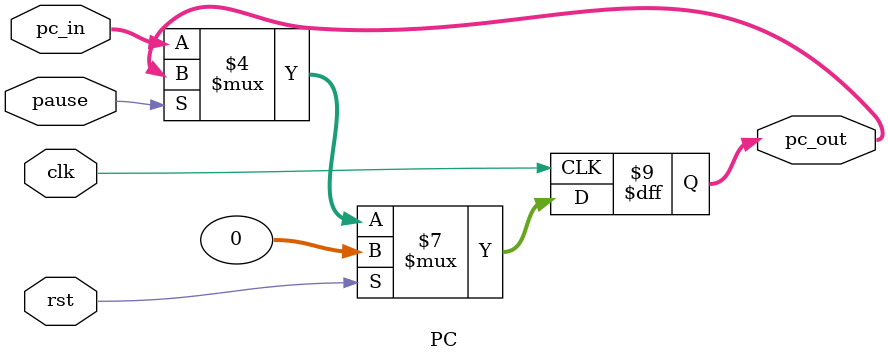
<source format=v>
module PC(clk,pause,rst,pc_in,pc_out);
    input [31:0]pc_in;
    input pause;
    input rst;
    input clk;
    output reg [31:0] pc_out;
    initial begin
        pc_out=0;
    end
    always @(posedge clk) begin
        if(rst)pc_out<=0;
        else if(pause)pc_out<=pc_out;
        else begin 
            pc_out<=pc_in;
        end
    end
endmodule

</source>
